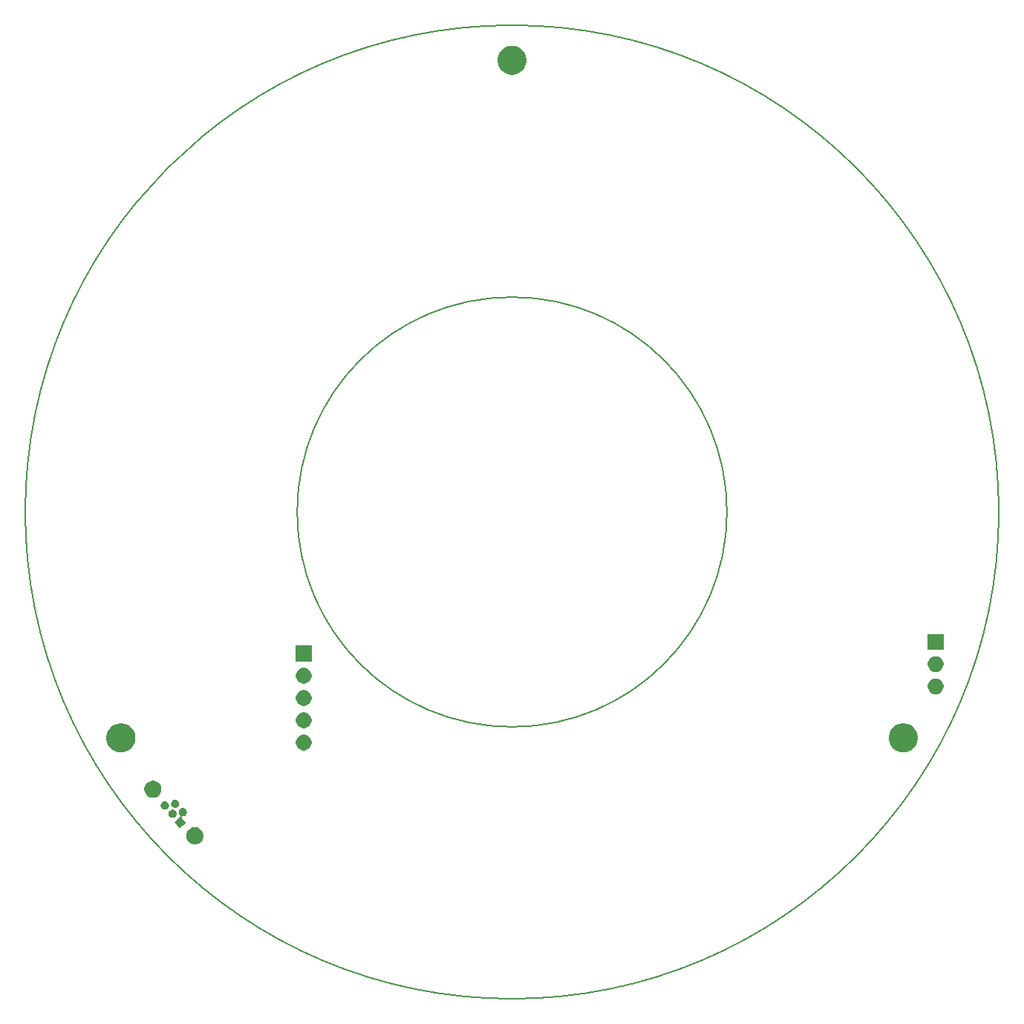
<source format=gbr>
%TF.GenerationSoftware,KiCad,Pcbnew,5.1.6+dfsg1-1*%
%TF.CreationDate,2021-01-25T10:35:50+01:00*%
%TF.ProjectId,gesc,67657363-2e6b-4696-9361-645f70636258,rev?*%
%TF.SameCoordinates,Original*%
%TF.FileFunction,Soldermask,Bot*%
%TF.FilePolarity,Negative*%
%FSLAX46Y46*%
G04 Gerber Fmt 4.6, Leading zero omitted, Abs format (unit mm)*
G04 Created by KiCad (PCBNEW 5.1.6+dfsg1-1) date 2021-01-25 10:35:50*
%MOMM*%
%LPD*%
G01*
G04 APERTURE LIST*
%TA.AperFunction,Profile*%
%ADD10C,0.200000*%
%TD*%
%ADD11C,0.100000*%
G04 APERTURE END LIST*
D10*
X155499800Y-99999800D02*
G75*
G03*
X155499800Y-99999800I-55500000J0D01*
G01*
X124500000Y-100000000D02*
G75*
G03*
X124500000Y-100000000I-24500000J0D01*
G01*
D11*
G36*
X64120251Y-135979753D02*
G01*
X64120254Y-135979754D01*
X64120253Y-135979754D01*
X64297873Y-136053326D01*
X64297874Y-136053327D01*
X64457725Y-136160135D01*
X64593675Y-136296085D01*
X64682722Y-136429355D01*
X64700484Y-136455937D01*
X64757389Y-136593319D01*
X64774057Y-136633559D01*
X64811564Y-136822117D01*
X64811564Y-137014375D01*
X64774057Y-137202933D01*
X64774056Y-137202935D01*
X64700484Y-137380555D01*
X64700483Y-137380556D01*
X64593675Y-137540407D01*
X64457725Y-137676357D01*
X64324455Y-137765404D01*
X64297873Y-137783166D01*
X64160491Y-137840071D01*
X64120251Y-137856739D01*
X63931693Y-137894246D01*
X63739435Y-137894246D01*
X63550877Y-137856739D01*
X63510637Y-137840071D01*
X63373255Y-137783166D01*
X63346673Y-137765404D01*
X63213403Y-137676357D01*
X63077453Y-137540407D01*
X62970645Y-137380556D01*
X62970644Y-137380555D01*
X62897072Y-137202935D01*
X62897071Y-137202933D01*
X62859564Y-137014375D01*
X62859564Y-136822117D01*
X62897071Y-136633559D01*
X62913739Y-136593319D01*
X62970644Y-136455937D01*
X62988406Y-136429355D01*
X63077453Y-136296085D01*
X63213403Y-136160135D01*
X63373254Y-136053327D01*
X63373255Y-136053326D01*
X63550875Y-135979754D01*
X63550874Y-135979754D01*
X63550877Y-135979753D01*
X63739435Y-135942246D01*
X63931693Y-135942246D01*
X64120251Y-135979753D01*
G37*
G36*
X62565064Y-133763692D02*
G01*
X62595396Y-133769725D01*
X62681112Y-133805230D01*
X62758255Y-133856775D01*
X62823860Y-133922380D01*
X62869921Y-133991316D01*
X62875406Y-133999525D01*
X62910910Y-134085240D01*
X62929010Y-134176234D01*
X62929010Y-134269016D01*
X62928550Y-134271327D01*
X62910910Y-134360011D01*
X62875405Y-134445727D01*
X62823860Y-134522870D01*
X62758255Y-134588475D01*
X62681112Y-134640020D01*
X62595396Y-134675525D01*
X62565064Y-134681558D01*
X62504401Y-134693625D01*
X62451013Y-134693625D01*
X62426627Y-134696027D01*
X62403178Y-134703140D01*
X62381567Y-134714691D01*
X62362625Y-134730236D01*
X62347080Y-134749178D01*
X62335529Y-134770789D01*
X62328416Y-134794238D01*
X62326014Y-134818624D01*
X62328416Y-134843010D01*
X62335529Y-134866459D01*
X62347080Y-134888070D01*
X62358121Y-134902265D01*
X62814982Y-135409660D01*
X62814982Y-135409661D01*
X62446617Y-135741338D01*
X62114940Y-136039982D01*
X62114939Y-136039982D01*
X61783262Y-135671617D01*
X61484618Y-135339940D01*
X61484618Y-135339939D01*
X61814536Y-135042880D01*
X62136366Y-134753102D01*
X62152881Y-134735000D01*
X62165547Y-134714023D01*
X62173878Y-134690979D01*
X62177553Y-134666752D01*
X62176430Y-134642273D01*
X62170554Y-134618484D01*
X62160150Y-134596299D01*
X62141116Y-134571826D01*
X62092160Y-134522870D01*
X62040615Y-134445727D01*
X62005110Y-134360011D01*
X61998526Y-134326910D01*
X61991413Y-134303461D01*
X61985747Y-134292861D01*
X61987010Y-134280041D01*
X61987010Y-134176234D01*
X62005110Y-134085240D01*
X62040614Y-133999525D01*
X62046099Y-133991316D01*
X62092160Y-133922380D01*
X62157765Y-133856775D01*
X62234908Y-133805230D01*
X62320624Y-133769725D01*
X62350956Y-133763692D01*
X62411619Y-133751625D01*
X62504401Y-133751625D01*
X62565064Y-133763692D01*
G37*
G36*
X61381228Y-133948633D02*
G01*
X61405614Y-133951035D01*
X61407436Y-133950856D01*
X61414623Y-133954697D01*
X61417314Y-133955812D01*
X61417316Y-133955812D01*
X61449162Y-133969003D01*
X61503029Y-133991315D01*
X61503030Y-133991316D01*
X61503032Y-133991317D01*
X61580175Y-134042862D01*
X61645780Y-134108467D01*
X61697325Y-134185610D01*
X61697326Y-134185612D01*
X61732830Y-134271326D01*
X61739414Y-134304427D01*
X61746527Y-134327876D01*
X61752193Y-134338476D01*
X61750930Y-134351296D01*
X61750930Y-134455101D01*
X61732830Y-134546098D01*
X61697325Y-134631814D01*
X61645780Y-134708957D01*
X61580175Y-134774562D01*
X61503032Y-134826107D01*
X61417316Y-134861612D01*
X61392948Y-134866459D01*
X61326321Y-134879712D01*
X61233539Y-134879712D01*
X61166912Y-134866459D01*
X61142544Y-134861612D01*
X61056828Y-134826107D01*
X60979685Y-134774562D01*
X60914080Y-134708957D01*
X60862535Y-134631814D01*
X60827030Y-134546098D01*
X60808930Y-134455101D01*
X60808930Y-134362323D01*
X60809390Y-134360011D01*
X60827030Y-134271327D01*
X60862534Y-134185612D01*
X60862535Y-134185610D01*
X60914080Y-134108467D01*
X60979685Y-134042862D01*
X61056828Y-133991317D01*
X61056833Y-133991315D01*
X61081935Y-133980917D01*
X61142544Y-133955812D01*
X61178636Y-133948633D01*
X61233539Y-133937712D01*
X61326322Y-133937712D01*
X61381228Y-133948633D01*
G37*
G36*
X60517114Y-132983690D02*
G01*
X60547446Y-132989723D01*
X60633162Y-133025228D01*
X60710305Y-133076773D01*
X60775910Y-133142378D01*
X60821192Y-133210148D01*
X60827456Y-133219523D01*
X60862960Y-133305237D01*
X60869544Y-133338338D01*
X60876657Y-133361787D01*
X60882323Y-133372387D01*
X60881060Y-133385208D01*
X60881060Y-133489012D01*
X60862960Y-133580009D01*
X60827455Y-133665725D01*
X60775910Y-133742868D01*
X60710305Y-133808473D01*
X60633162Y-133860018D01*
X60547446Y-133895523D01*
X60517114Y-133901556D01*
X60456451Y-133913623D01*
X60363669Y-133913623D01*
X60303006Y-133901556D01*
X60272674Y-133895523D01*
X60186958Y-133860018D01*
X60109815Y-133808473D01*
X60044210Y-133742868D01*
X59992665Y-133665725D01*
X59957160Y-133580009D01*
X59939060Y-133489012D01*
X59939060Y-133396234D01*
X59939520Y-133393923D01*
X59957160Y-133305238D01*
X59958117Y-133302928D01*
X59992665Y-133219521D01*
X60044210Y-133142378D01*
X60109815Y-133076773D01*
X60186958Y-133025228D01*
X60272674Y-132989723D01*
X60303006Y-132983690D01*
X60363669Y-132971623D01*
X60456451Y-132971623D01*
X60517114Y-132983690D01*
G37*
G36*
X61695194Y-132797604D02*
G01*
X61725526Y-132803637D01*
X61811242Y-132839142D01*
X61888385Y-132890687D01*
X61953990Y-132956292D01*
X62000051Y-133025228D01*
X62005536Y-133033437D01*
X62041040Y-133119152D01*
X62059140Y-133210146D01*
X62059140Y-133302928D01*
X62056947Y-133313952D01*
X62041040Y-133393923D01*
X62005535Y-133479639D01*
X61953990Y-133556782D01*
X61888385Y-133622387D01*
X61811242Y-133673932D01*
X61811241Y-133673933D01*
X61811240Y-133673933D01*
X61786135Y-133684332D01*
X61725526Y-133709437D01*
X61719920Y-133710552D01*
X61634531Y-133727537D01*
X61541748Y-133727537D01*
X61486842Y-133716616D01*
X61462456Y-133714214D01*
X61460634Y-133714393D01*
X61453447Y-133710552D01*
X61450756Y-133709437D01*
X61450754Y-133709437D01*
X61418908Y-133696246D01*
X61365041Y-133673934D01*
X61352752Y-133665723D01*
X61287895Y-133622387D01*
X61222290Y-133556782D01*
X61170745Y-133479639D01*
X61135240Y-133393923D01*
X61128656Y-133360822D01*
X61121543Y-133337373D01*
X61115877Y-133326773D01*
X61117140Y-133313952D01*
X61117140Y-133210146D01*
X61135240Y-133119152D01*
X61170744Y-133033437D01*
X61176229Y-133025228D01*
X61222290Y-132956292D01*
X61287895Y-132890687D01*
X61365038Y-132839142D01*
X61450754Y-132803637D01*
X61481086Y-132797604D01*
X61541749Y-132785537D01*
X61634531Y-132785537D01*
X61695194Y-132797604D01*
G37*
G36*
X59335967Y-130666267D02*
G01*
X59335970Y-130666268D01*
X59335969Y-130666268D01*
X59513589Y-130739840D01*
X59513590Y-130739841D01*
X59673441Y-130846649D01*
X59809391Y-130982599D01*
X59898438Y-131115869D01*
X59916200Y-131142451D01*
X59973105Y-131279833D01*
X59989773Y-131320073D01*
X60027280Y-131508631D01*
X60027280Y-131700889D01*
X59989773Y-131889447D01*
X59989772Y-131889449D01*
X59916200Y-132067069D01*
X59916199Y-132067070D01*
X59809391Y-132226921D01*
X59673441Y-132362871D01*
X59540171Y-132451918D01*
X59513589Y-132469680D01*
X59376207Y-132526585D01*
X59335967Y-132543253D01*
X59147409Y-132580760D01*
X58955151Y-132580760D01*
X58766593Y-132543253D01*
X58726353Y-132526585D01*
X58588971Y-132469680D01*
X58562389Y-132451918D01*
X58429119Y-132362871D01*
X58293169Y-132226921D01*
X58186361Y-132067070D01*
X58186360Y-132067069D01*
X58112788Y-131889449D01*
X58112787Y-131889447D01*
X58075280Y-131700889D01*
X58075280Y-131508631D01*
X58112787Y-131320073D01*
X58129455Y-131279833D01*
X58186360Y-131142451D01*
X58204122Y-131115869D01*
X58293169Y-130982599D01*
X58429119Y-130846649D01*
X58588970Y-130739841D01*
X58588971Y-130739840D01*
X58766591Y-130666268D01*
X58766590Y-130666268D01*
X58766593Y-130666267D01*
X58955151Y-130628760D01*
X59147409Y-130628760D01*
X59335967Y-130666267D01*
G37*
G36*
X55774948Y-124141298D02*
G01*
X55881271Y-124162447D01*
X56181734Y-124286903D01*
X56452143Y-124467585D01*
X56682107Y-124697549D01*
X56862789Y-124967958D01*
X56987245Y-125268421D01*
X57050692Y-125587391D01*
X57050692Y-125912609D01*
X56987245Y-126231579D01*
X56862789Y-126532042D01*
X56682107Y-126802451D01*
X56452143Y-127032415D01*
X56181734Y-127213097D01*
X55881271Y-127337553D01*
X55774948Y-127358702D01*
X55562303Y-127401000D01*
X55237081Y-127401000D01*
X55024436Y-127358702D01*
X54918113Y-127337553D01*
X54617650Y-127213097D01*
X54347241Y-127032415D01*
X54117277Y-126802451D01*
X53936595Y-126532042D01*
X53812139Y-126231579D01*
X53748692Y-125912609D01*
X53748692Y-125587391D01*
X53812139Y-125268421D01*
X53936595Y-124967958D01*
X54117277Y-124697549D01*
X54347241Y-124467585D01*
X54617650Y-124286903D01*
X54918113Y-124162447D01*
X55024436Y-124141298D01*
X55237081Y-124099000D01*
X55562303Y-124099000D01*
X55774948Y-124141298D01*
G37*
G36*
X144975564Y-124141298D02*
G01*
X145081887Y-124162447D01*
X145382350Y-124286903D01*
X145652759Y-124467585D01*
X145882723Y-124697549D01*
X146063405Y-124967958D01*
X146187861Y-125268421D01*
X146251308Y-125587391D01*
X146251308Y-125912609D01*
X146187861Y-126231579D01*
X146063405Y-126532042D01*
X145882723Y-126802451D01*
X145652759Y-127032415D01*
X145382350Y-127213097D01*
X145081887Y-127337553D01*
X144975564Y-127358702D01*
X144762919Y-127401000D01*
X144437697Y-127401000D01*
X144225052Y-127358702D01*
X144118729Y-127337553D01*
X143818266Y-127213097D01*
X143547857Y-127032415D01*
X143317893Y-126802451D01*
X143137211Y-126532042D01*
X143012755Y-126231579D01*
X142949308Y-125912609D01*
X142949308Y-125587391D01*
X143012755Y-125268421D01*
X143137211Y-124967958D01*
X143317893Y-124697549D01*
X143547857Y-124467585D01*
X143818266Y-124286903D01*
X144118729Y-124162447D01*
X144225052Y-124141298D01*
X144437697Y-124099000D01*
X144762919Y-124099000D01*
X144975564Y-124141298D01*
G37*
G36*
X76363312Y-125388727D02*
G01*
X76512612Y-125418424D01*
X76676584Y-125486344D01*
X76824154Y-125584947D01*
X76949653Y-125710446D01*
X77048256Y-125858016D01*
X77116176Y-126021988D01*
X77150800Y-126196059D01*
X77150800Y-126373541D01*
X77116176Y-126547612D01*
X77048256Y-126711584D01*
X76949653Y-126859154D01*
X76824154Y-126984653D01*
X76676584Y-127083256D01*
X76512612Y-127151176D01*
X76363312Y-127180873D01*
X76338542Y-127185800D01*
X76161058Y-127185800D01*
X76136288Y-127180873D01*
X75986988Y-127151176D01*
X75823016Y-127083256D01*
X75675446Y-126984653D01*
X75549947Y-126859154D01*
X75451344Y-126711584D01*
X75383424Y-126547612D01*
X75348800Y-126373541D01*
X75348800Y-126196059D01*
X75383424Y-126021988D01*
X75451344Y-125858016D01*
X75549947Y-125710446D01*
X75675446Y-125584947D01*
X75823016Y-125486344D01*
X75986988Y-125418424D01*
X76136288Y-125388727D01*
X76161058Y-125383800D01*
X76338542Y-125383800D01*
X76363312Y-125388727D01*
G37*
G36*
X76363312Y-122848727D02*
G01*
X76512612Y-122878424D01*
X76676584Y-122946344D01*
X76824154Y-123044947D01*
X76949653Y-123170446D01*
X77048256Y-123318016D01*
X77116176Y-123481988D01*
X77150800Y-123656059D01*
X77150800Y-123833541D01*
X77116176Y-124007612D01*
X77048256Y-124171584D01*
X76949653Y-124319154D01*
X76824154Y-124444653D01*
X76676584Y-124543256D01*
X76512612Y-124611176D01*
X76363312Y-124640873D01*
X76338542Y-124645800D01*
X76161058Y-124645800D01*
X76136288Y-124640873D01*
X75986988Y-124611176D01*
X75823016Y-124543256D01*
X75675446Y-124444653D01*
X75549947Y-124319154D01*
X75451344Y-124171584D01*
X75383424Y-124007612D01*
X75348800Y-123833541D01*
X75348800Y-123656059D01*
X75383424Y-123481988D01*
X75451344Y-123318016D01*
X75549947Y-123170446D01*
X75675446Y-123044947D01*
X75823016Y-122946344D01*
X75986988Y-122878424D01*
X76136288Y-122848727D01*
X76161058Y-122843800D01*
X76338542Y-122843800D01*
X76363312Y-122848727D01*
G37*
G36*
X76363312Y-120308727D02*
G01*
X76512612Y-120338424D01*
X76676584Y-120406344D01*
X76824154Y-120504947D01*
X76949653Y-120630446D01*
X77048256Y-120778016D01*
X77116176Y-120941988D01*
X77150800Y-121116059D01*
X77150800Y-121293541D01*
X77116176Y-121467612D01*
X77048256Y-121631584D01*
X76949653Y-121779154D01*
X76824154Y-121904653D01*
X76676584Y-122003256D01*
X76512612Y-122071176D01*
X76363312Y-122100873D01*
X76338542Y-122105800D01*
X76161058Y-122105800D01*
X76136288Y-122100873D01*
X75986988Y-122071176D01*
X75823016Y-122003256D01*
X75675446Y-121904653D01*
X75549947Y-121779154D01*
X75451344Y-121631584D01*
X75383424Y-121467612D01*
X75348800Y-121293541D01*
X75348800Y-121116059D01*
X75383424Y-120941988D01*
X75451344Y-120778016D01*
X75549947Y-120630446D01*
X75675446Y-120504947D01*
X75823016Y-120406344D01*
X75986988Y-120338424D01*
X76136288Y-120308727D01*
X76161058Y-120303800D01*
X76338542Y-120303800D01*
X76363312Y-120308727D01*
G37*
G36*
X148413312Y-118983727D02*
G01*
X148562612Y-119013424D01*
X148726584Y-119081344D01*
X148874154Y-119179947D01*
X148999653Y-119305446D01*
X149098256Y-119453016D01*
X149166176Y-119616988D01*
X149200800Y-119791059D01*
X149200800Y-119968541D01*
X149166176Y-120142612D01*
X149098256Y-120306584D01*
X148999653Y-120454154D01*
X148874154Y-120579653D01*
X148726584Y-120678256D01*
X148562612Y-120746176D01*
X148413312Y-120775873D01*
X148388542Y-120780800D01*
X148211058Y-120780800D01*
X148186288Y-120775873D01*
X148036988Y-120746176D01*
X147873016Y-120678256D01*
X147725446Y-120579653D01*
X147599947Y-120454154D01*
X147501344Y-120306584D01*
X147433424Y-120142612D01*
X147398800Y-119968541D01*
X147398800Y-119791059D01*
X147433424Y-119616988D01*
X147501344Y-119453016D01*
X147599947Y-119305446D01*
X147725446Y-119179947D01*
X147873016Y-119081344D01*
X148036988Y-119013424D01*
X148186288Y-118983727D01*
X148211058Y-118978800D01*
X148388542Y-118978800D01*
X148413312Y-118983727D01*
G37*
G36*
X76363312Y-117768727D02*
G01*
X76512612Y-117798424D01*
X76676584Y-117866344D01*
X76824154Y-117964947D01*
X76949653Y-118090446D01*
X77048256Y-118238016D01*
X77116176Y-118401988D01*
X77150800Y-118576059D01*
X77150800Y-118753541D01*
X77116176Y-118927612D01*
X77048256Y-119091584D01*
X76949653Y-119239154D01*
X76824154Y-119364653D01*
X76676584Y-119463256D01*
X76512612Y-119531176D01*
X76363312Y-119560873D01*
X76338542Y-119565800D01*
X76161058Y-119565800D01*
X76136288Y-119560873D01*
X75986988Y-119531176D01*
X75823016Y-119463256D01*
X75675446Y-119364653D01*
X75549947Y-119239154D01*
X75451344Y-119091584D01*
X75383424Y-118927612D01*
X75348800Y-118753541D01*
X75348800Y-118576059D01*
X75383424Y-118401988D01*
X75451344Y-118238016D01*
X75549947Y-118090446D01*
X75675446Y-117964947D01*
X75823016Y-117866344D01*
X75986988Y-117798424D01*
X76136288Y-117768727D01*
X76161058Y-117763800D01*
X76338542Y-117763800D01*
X76363312Y-117768727D01*
G37*
G36*
X148413312Y-116443727D02*
G01*
X148562612Y-116473424D01*
X148726584Y-116541344D01*
X148874154Y-116639947D01*
X148999653Y-116765446D01*
X149098256Y-116913016D01*
X149166176Y-117076988D01*
X149200800Y-117251059D01*
X149200800Y-117428541D01*
X149166176Y-117602612D01*
X149098256Y-117766584D01*
X148999653Y-117914154D01*
X148874154Y-118039653D01*
X148726584Y-118138256D01*
X148562612Y-118206176D01*
X148413312Y-118235873D01*
X148388542Y-118240800D01*
X148211058Y-118240800D01*
X148186288Y-118235873D01*
X148036988Y-118206176D01*
X147873016Y-118138256D01*
X147725446Y-118039653D01*
X147599947Y-117914154D01*
X147501344Y-117766584D01*
X147433424Y-117602612D01*
X147398800Y-117428541D01*
X147398800Y-117251059D01*
X147433424Y-117076988D01*
X147501344Y-116913016D01*
X147599947Y-116765446D01*
X147725446Y-116639947D01*
X147873016Y-116541344D01*
X148036988Y-116473424D01*
X148186288Y-116443727D01*
X148211058Y-116438800D01*
X148388542Y-116438800D01*
X148413312Y-116443727D01*
G37*
G36*
X77150800Y-117025800D02*
G01*
X75348800Y-117025800D01*
X75348800Y-115223800D01*
X77150800Y-115223800D01*
X77150800Y-117025800D01*
G37*
G36*
X149200800Y-115700800D02*
G01*
X147398800Y-115700800D01*
X147398800Y-113898800D01*
X149200800Y-113898800D01*
X149200800Y-115700800D01*
G37*
G36*
X100375256Y-46891298D02*
G01*
X100481579Y-46912447D01*
X100782042Y-47036903D01*
X101052451Y-47217585D01*
X101282415Y-47447549D01*
X101463097Y-47717958D01*
X101587553Y-48018421D01*
X101651000Y-48337391D01*
X101651000Y-48662609D01*
X101587553Y-48981579D01*
X101463097Y-49282042D01*
X101282415Y-49552451D01*
X101052451Y-49782415D01*
X100782042Y-49963097D01*
X100481579Y-50087553D01*
X100375256Y-50108702D01*
X100162611Y-50151000D01*
X99837389Y-50151000D01*
X99624744Y-50108702D01*
X99518421Y-50087553D01*
X99217958Y-49963097D01*
X98947549Y-49782415D01*
X98717585Y-49552451D01*
X98536903Y-49282042D01*
X98412447Y-48981579D01*
X98349000Y-48662609D01*
X98349000Y-48337391D01*
X98412447Y-48018421D01*
X98536903Y-47717958D01*
X98717585Y-47447549D01*
X98947549Y-47217585D01*
X99217958Y-47036903D01*
X99518421Y-46912447D01*
X99624744Y-46891298D01*
X99837389Y-46849000D01*
X100162611Y-46849000D01*
X100375256Y-46891298D01*
G37*
M02*

</source>
